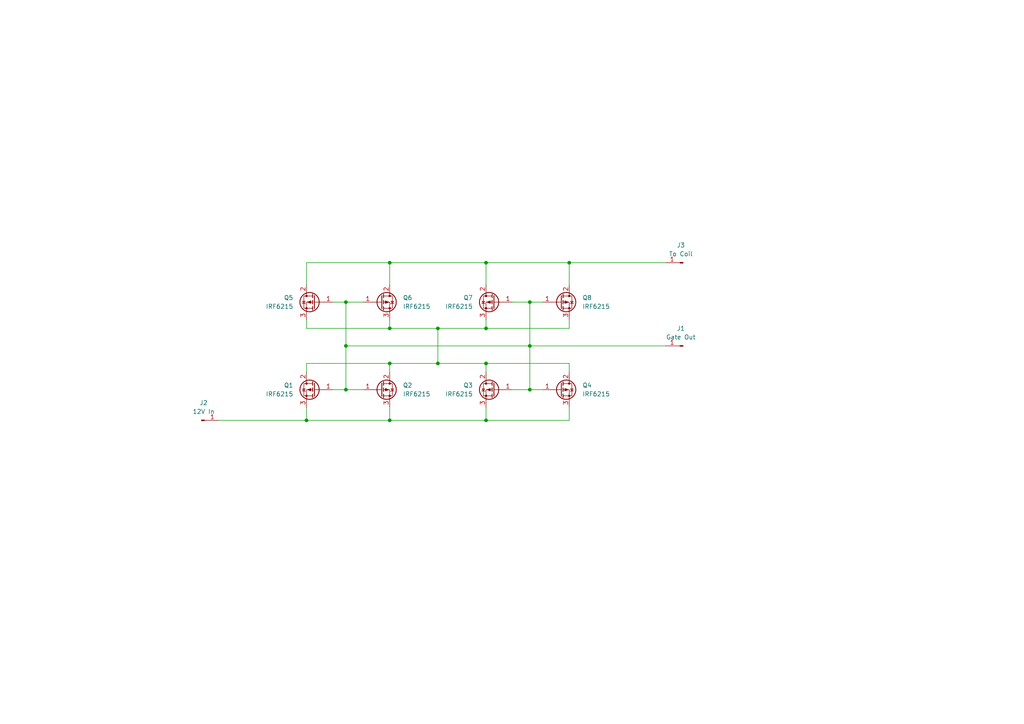
<source format=kicad_sch>
(kicad_sch (version 20231120) (generator "eeschema") (generator_version "8.0")
  (paper "A4")
  (title_block (title "PPM Mosfet Bank") (date "2024-12-20") (rev "1.0") (company "D. Q. McDonald"))
  (lib_symbols
    (symbol "Connector:Conn_01x01_Pin" (pin_names (offset 1.016) hide)
      (property "Reference" "J" (at 0 2.54 0))
      (property "Value" "Conn_01x01_Pin" (at 0 -2.54 0))
      (symbol "Conn_01x01_Pin_1_1"
        (polyline (pts (xy 1.27 0) (xy 0.8636 0)) (stroke (width 0.1524)))
        (rectangle (start 0.8636 0.127) (end 0 -0.127) (stroke (width 0.1524)) (fill (type outline)))
        (pin passive line (at 5.08 0 180) (length 3.81) (name "Pin_1") (number "1"))
      )
    )
    (symbol "DQM:IRF6215" (pin_names hide)
      (property "Reference" "Q" (at 5.08 1.905 0))
      (property "Value" "IRF6215" (at 5.08 0 0))
      (symbol "IRF6215_0_1"
        (polyline (pts (xy 0.254 0) (xy -2.54 0)))
        (polyline (pts (xy 0.254 1.905) (xy 0.254 -1.905)) (stroke (width 0.254)))
        (polyline (pts (xy 0.762 -1.27) (xy 0.762 -2.286)) (stroke (width 0.254)))
        (polyline (pts (xy 0.762 0.508) (xy 0.762 -0.508)) (stroke (width 0.254)))
        (polyline (pts (xy 0.762 2.286) (xy 0.762 1.27)) (stroke (width 0.254)))
        (polyline (pts (xy 2.54 2.54) (xy 2.54 1.778)))
        (polyline (pts (xy 2.54 -2.54) (xy 2.54 0) (xy 0.762 0)))
        (polyline (pts (xy 0.762 1.778) (xy 3.302 1.778) (xy 3.302 -1.778) (xy 0.762 -1.778)))
        (polyline (pts (xy 2.286 0) (xy 1.27 0.381) (xy 1.27 -0.381) (xy 2.286 0)) (fill (type outline)))
        (polyline (pts (xy 2.794 -0.508) (xy 2.921 -0.381) (xy 3.683 -0.381) (xy 3.81 -0.254)))
        (polyline (pts (xy 3.302 -0.381) (xy 2.921 0.254) (xy 3.683 0.254) (xy 3.302 -0.381)))
        (circle (center 1.651 0) (radius 2.794) (stroke (width 0.254)))
        (circle (center 2.54 -1.778) (radius 0.254) (fill (type outline)))
        (circle (center 2.54 1.778) (radius 0.254) (fill (type outline)))
      )
      (symbol "IRF6215_1_1"
        (pin input line (at -5.08 0 0) (length 2.54) (name "G") (number "1"))
        (pin output line (at 2.54 5.08 270) (length 2.54) (name "D") (number "2"))
        (pin input line (at 2.54 -5.08 90) (length 2.54) (name "S") (number "3"))
      )
    )
  )
  (junction (at 100.33 113.03))
  (junction (at 153.67 113.03))
  (junction (at 113.03 105.41))
  (junction (at 88.9 121.92))
  (junction (at 113.03 76.2))
  (junction (at 153.67 100.33))
  (junction (at 153.67 87.63))
  (junction (at 100.33 100.33))
  (junction (at 100.33 87.63))
  (junction (at 127 95.25))
  (junction (at 113.03 95.25))
  (junction (at 140.97 121.92))
  (junction (at 140.97 76.2))
  (junction (at 140.97 105.41))
  (junction (at 113.03 121.92))
  (junction (at 140.97 95.25))
  (junction (at 127 105.41))
  (junction (at 165.1 76.2))
  (wire (pts (xy 88.9 82.55) (xy 88.9 76.2)))
  (wire (pts (xy 113.03 76.2) (xy 113.03 82.55)))
  (wire (pts (xy 88.9 121.92) (xy 113.03 121.92)))
  (wire (pts (xy 165.1 118.11) (xy 165.1 121.92)))
  (wire (pts (xy 140.97 105.41) (xy 140.97 107.95)))
  (wire (pts (xy 153.67 100.33) (xy 193.04 100.33)))
  (wire (pts (xy 165.1 105.41) (xy 165.1 107.95)))
  (wire (pts (xy 153.67 113.03) (xy 157.48 113.03)))
  (wire (pts (xy 88.9 76.2) (xy 113.03 76.2)))
  (wire (pts (xy 88.9 105.41) (xy 113.03 105.41)))
  (wire (pts (xy 140.97 92.71) (xy 140.97 95.25)))
  (wire (pts (xy 63.5 121.92) (xy 88.9 121.92)))
  (wire (pts (xy 165.1 95.25) (xy 165.1 92.71)))
  (wire (pts (xy 140.97 105.41) (xy 165.1 105.41)))
  (wire (pts (xy 113.03 121.92) (xy 140.97 121.92)))
  (wire (pts (xy 100.33 87.63) (xy 100.33 100.33)))
  (wire (pts (xy 113.03 95.25) (xy 113.03 92.71)))
  (wire (pts (xy 165.1 76.2) (xy 165.1 82.55)))
  (wire (pts (xy 100.33 87.63) (xy 105.41 87.63)))
  (wire (pts (xy 153.67 100.33) (xy 153.67 113.03)))
  (wire (pts (xy 140.97 95.25) (xy 165.1 95.25)))
  (wire (pts (xy 96.52 113.03) (xy 100.33 113.03)))
  (wire (pts (xy 140.97 121.92) (xy 165.1 121.92)))
  (wire (pts (xy 127 105.41) (xy 140.97 105.41)))
  (wire (pts (xy 148.59 113.03) (xy 153.67 113.03)))
  (wire (pts (xy 113.03 105.41) (xy 113.03 107.95)))
  (wire (pts (xy 113.03 95.25) (xy 127 95.25)))
  (wire (pts (xy 113.03 118.11) (xy 113.03 121.92)))
  (wire (pts (xy 148.59 87.63) (xy 153.67 87.63)))
  (wire (pts (xy 153.67 87.63) (xy 157.48 87.63)))
  (wire (pts (xy 113.03 105.41) (xy 127 105.41)))
  (wire (pts (xy 96.52 87.63) (xy 100.33 87.63)))
  (wire (pts (xy 140.97 118.11) (xy 140.97 121.92)))
  (wire (pts (xy 88.9 95.25) (xy 113.03 95.25)))
  (wire (pts (xy 88.9 92.71) (xy 88.9 95.25)))
  (wire (pts (xy 88.9 107.95) (xy 88.9 105.41)))
  (wire (pts (xy 153.67 87.63) (xy 153.67 100.33)))
  (wire (pts (xy 140.97 76.2) (xy 140.97 82.55)))
  (wire (pts (xy 100.33 100.33) (xy 153.67 100.33)))
  (wire (pts (xy 113.03 76.2) (xy 140.97 76.2)))
  (wire (pts (xy 127 95.25) (xy 140.97 95.25)))
  (wire (pts (xy 100.33 100.33) (xy 100.33 113.03)))
  (wire (pts (xy 140.97 76.2) (xy 165.1 76.2)))
  (wire (pts (xy 88.9 118.11) (xy 88.9 121.92)))
  (wire (pts (xy 100.33 113.03) (xy 105.41 113.03)))
  (wire (pts (xy 165.1 76.2) (xy 193.04 76.2)))
  (wire (pts (xy 127 95.25) (xy 127 105.41)))
  (symbol (lib_id "Connector:Conn_01x01_Pin") (at 198.12 76.2 180) (unit 1)
    (property "Reference" "J3" (at 197.485 71.12 0))
    (property "Value" "To Coil" (at 197.485 73.66 0))
    (property "Footprint" "DQM:3MM Pad" (effects (hide yes)))
    (property "Description" "Generic connector, single row, 01x01, script generated" (effects (hide yes)))
  )
  (symbol (lib_id "DQM:IRF6215") (at 91.44 113.03 0) (mirror y) (unit 1)
    (property "Reference" "Q1" (at 85.09 111.7599 0) (effects (justify left)))
    (property "Value" "IRF6215" (at 85.09 114.2999 0) (effects (justify left)))
    (property "Footprint" "Package_TO_SOT_THT:TO-220-3_Vertical" (effects (hide yes)))
    (property "Datasheet" "https://www.alldatasheet.com/datasheet-pdf/view/89671/IRF/IRF6215.html" (effects (hide yes)))
    (property "Description" "-13A Id, -150V Vds, P-Channel Power MOSFET, 290mOhm Ron, TO-220" (effects (hide yes)))
  )
  (symbol (lib_id "DQM:IRF6215") (at 91.44 87.63 0) (mirror y) (unit 1)
    (property "Reference" "Q5" (at 85.09 86.3599 0) (effects (justify left)))
    (property "Value" "IRF6215" (at 85.09 88.8999 0) (effects (justify left)))
    (property "Footprint" "Package_TO_SOT_THT:TO-220-3_Vertical" (effects (hide yes)))
    (property "Datasheet" "https://www.alldatasheet.com/datasheet-pdf/view/89671/IRF/IRF6215.html" (effects (hide yes)))
    (property "Description" "-13A Id, -150V Vds, P-Channel Power MOSFET, 290mOhm Ron, TO-220" (effects (hide yes)))
  )
  (symbol (lib_id "DQM:IRF6215") (at 162.56 113.03 0) (unit 1)
    (property "Reference" "Q4" (at 168.91 111.7599 0) (effects (justify left)))
    (property "Value" "IRF6215" (at 168.91 114.2999 0) (effects (justify left)))
    (property "Footprint" "Package_TO_SOT_THT:TO-220-3_Vertical" (effects (hide yes)))
    (property "Datasheet" "https://www.alldatasheet.com/datasheet-pdf/view/89671/IRF/IRF6215.html" (effects (hide yes)))
    (property "Description" "-13A Id, -150V Vds, P-Channel Power MOSFET, 290mOhm Ron, TO-220" (effects (hide yes)))
  )
  (symbol (lib_id "DQM:IRF6215") (at 162.56 87.63 0) (unit 1)
    (property "Reference" "Q8" (at 168.91 86.3599 0) (effects (justify left)))
    (property "Value" "IRF6215" (at 168.91 88.8999 0) (effects (justify left)))
    (property "Footprint" "Package_TO_SOT_THT:TO-220-3_Vertical" (effects (hide yes)))
    (property "Datasheet" "https://www.alldatasheet.com/datasheet-pdf/view/89671/IRF/IRF6215.html" (effects (hide yes)))
    (property "Description" "-13A Id, -150V Vds, P-Channel Power MOSFET, 290mOhm Ron, TO-220" (effects (hide yes)))
  )
  (symbol (lib_id "DQM:IRF6215") (at 110.49 113.03 0) (unit 1)
    (property "Reference" "Q2" (at 116.84 111.7599 0) (effects (justify left)))
    (property "Value" "IRF6215" (at 116.84 114.2999 0) (effects (justify left)))
    (property "Footprint" "Package_TO_SOT_THT:TO-220-3_Vertical" (effects (hide yes)))
    (property "Datasheet" "https://www.alldatasheet.com/datasheet-pdf/view/89671/IRF/IRF6215.html" (effects (hide yes)))
    (property "Description" "-13A Id, -150V Vds, P-Channel Power MOSFET, 290mOhm Ron, TO-220" (effects (hide yes)))
  )
  (symbol (lib_id "DQM:IRF6215") (at 110.49 87.63 0) (unit 1)
    (property "Reference" "Q6" (at 116.84 86.3599 0) (effects (justify left)))
    (property "Value" "IRF6215" (at 116.84 88.8999 0) (effects (justify left)))
    (property "Footprint" "Package_TO_SOT_THT:TO-220-3_Vertical" (effects (hide yes)))
    (property "Datasheet" "https://www.alldatasheet.com/datasheet-pdf/view/89671/IRF/IRF6215.html" (effects (hide yes)))
    (property "Description" "-13A Id, -150V Vds, P-Channel Power MOSFET, 290mOhm Ron, TO-220" (effects (hide yes)))
  )
  (symbol (lib_id "Connector:Conn_01x01_Pin") (at 198.12 100.33 180) (unit 1)
    (property "Reference" "J1" (at 197.485 95.25 0))
    (property "Value" "Gate Out" (at 197.485 97.79 0))
    (property "Footprint" "Connector_PinHeader_2.54mm:PinHeader_1x01_P2.54mm_Vertical" (effects (hide yes)))
    (property "Description" "Generic connector, single row, 01x01, script generated" (effects (hide yes)))
  )
  (symbol (lib_id "Connector:Conn_01x01_Pin") (at 58.42 121.92 0) (unit 1)
    (property "Reference" "J2" (at 59.055 116.84 0))
    (property "Value" "12V In" (at 59.055 119.38 0))
    (property "Footprint" "DQM:3MM Pad" (effects (hide yes)))
    (property "Description" "Generic connector, single row, 01x01, script generated" (effects (hide yes)))
  )
  (symbol (lib_id "DQM:IRF6215") (at 143.51 87.63 0) (mirror y) (unit 1)
    (property "Reference" "Q7" (at 137.16 86.3599 0) (effects (justify left)))
    (property "Value" "IRF6215" (at 137.16 88.8999 0) (effects (justify left)))
    (property "Footprint" "Package_TO_SOT_THT:TO-220-3_Vertical" (effects (hide yes)))
    (property "Datasheet" "https://www.alldatasheet.com/datasheet-pdf/view/89671/IRF/IRF6215.html" (effects (hide yes)))
    (property "Description" "-13A Id, -150V Vds, P-Channel Power MOSFET, 290mOhm Ron, TO-220" (effects (hide yes)))
  )
  (symbol (lib_id "DQM:IRF6215") (at 143.51 113.03 0) (mirror y) (unit 1)
    (property "Reference" "Q3" (at 137.16 111.7599 0) (effects (justify left)))
    (property "Value" "IRF6215" (at 137.16 114.2999 0) (effects (justify left)))
    (property "Footprint" "Package_TO_SOT_THT:TO-220-3_Vertical" (effects (hide yes)))
    (property "Datasheet" "https://www.alldatasheet.com/datasheet-pdf/view/89671/IRF/IRF6215.html" (effects (hide yes)))
    (property "Description" "-13A Id, -150V Vds, P-Channel Power MOSFET, 290mOhm Ron, TO-220" (effects (hide yes)))
  )
)
</source>
